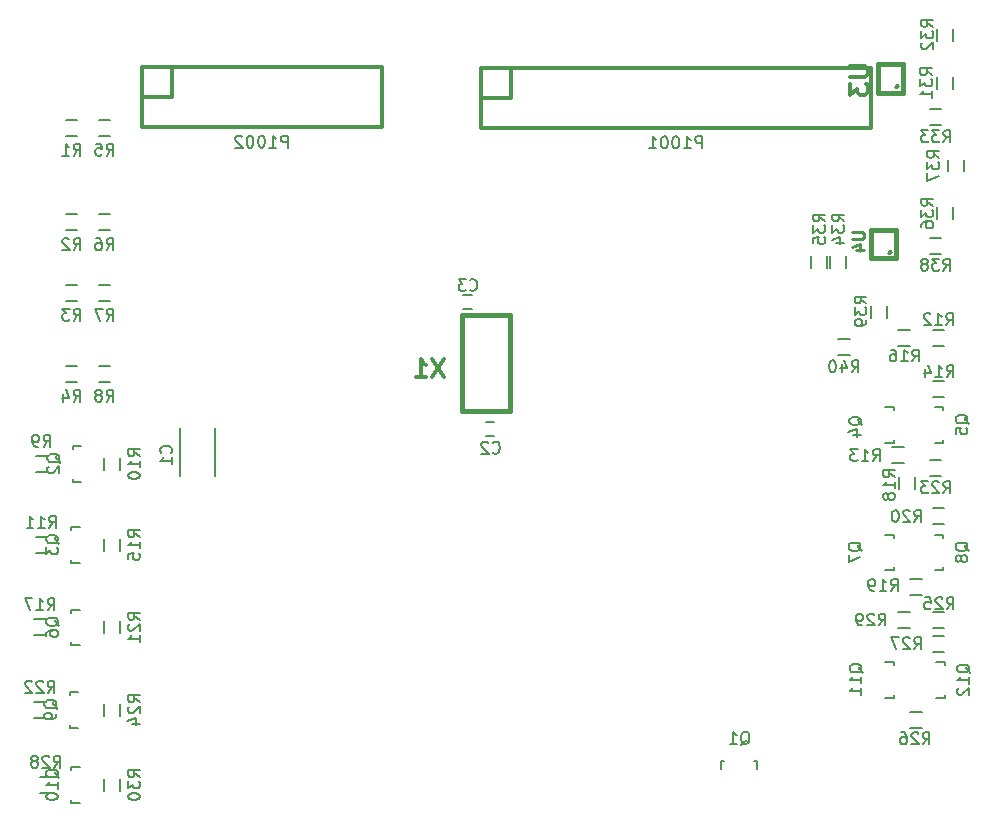
<source format=gbo>
G04 #@! TF.FileFunction,Legend,Bot*
%FSLAX46Y46*%
G04 Gerber Fmt 4.6, Leading zero omitted, Abs format (unit mm)*
G04 Created by KiCad (PCBNEW 4.0.6) date 01/14/18 21:20:21*
%MOMM*%
%LPD*%
G01*
G04 APERTURE LIST*
%ADD10C,0.150000*%
%ADD11C,0.304800*%
%ADD12C,0.381000*%
%ADD13C,0.203200*%
%ADD14C,0.250000*%
G04 APERTURE END LIST*
D10*
D11*
X139573000Y-49911000D02*
X106553000Y-49911000D01*
X106553000Y-54991000D02*
X139573000Y-54991000D01*
X106553000Y-52451000D02*
X109093000Y-52451000D01*
X109093000Y-52451000D02*
X109093000Y-49911000D01*
X106553000Y-54991000D02*
X106553000Y-49911000D01*
X139573000Y-49911000D02*
X139573000Y-54991000D01*
D12*
X104902000Y-74422000D02*
X104902000Y-78994000D01*
X104902000Y-78994000D02*
X108966000Y-78994000D01*
X108966000Y-78994000D02*
X108966000Y-70866000D01*
X108966000Y-70866000D02*
X104902000Y-70866000D01*
X104902000Y-70866000D02*
X104902000Y-74422000D01*
D10*
X72382000Y-54316000D02*
X71382000Y-54316000D01*
X71382000Y-55666000D02*
X72382000Y-55666000D01*
X142883000Y-94528000D02*
X143883000Y-94528000D01*
X143883000Y-93178000D02*
X142883000Y-93178000D01*
X144788000Y-99354000D02*
X145788000Y-99354000D01*
X145788000Y-98004000D02*
X144788000Y-98004000D01*
X142883000Y-105831000D02*
X143883000Y-105831000D01*
X143883000Y-104481000D02*
X142883000Y-104481000D01*
X141867000Y-97322000D02*
X142867000Y-97322000D01*
X142867000Y-95972000D02*
X141867000Y-95972000D01*
X144788000Y-97322000D02*
X145788000Y-97322000D01*
X145788000Y-95972000D02*
X144788000Y-95972000D01*
X144788000Y-88559000D02*
X145788000Y-88559000D01*
X145788000Y-87209000D02*
X144788000Y-87209000D01*
X144788000Y-77764000D02*
X145788000Y-77764000D01*
X145788000Y-76414000D02*
X144788000Y-76414000D01*
X141359000Y-83352000D02*
X142359000Y-83352000D01*
X142359000Y-82002000D02*
X141359000Y-82002000D01*
X141867000Y-73446000D02*
X142867000Y-73446000D01*
X142867000Y-72096000D02*
X141867000Y-72096000D01*
X68842000Y-90972000D02*
X69842000Y-90972000D01*
X69842000Y-89622000D02*
X68842000Y-89622000D01*
X68715000Y-97957000D02*
X69715000Y-97957000D01*
X69715000Y-96607000D02*
X68715000Y-96607000D01*
X75176000Y-54316000D02*
X74176000Y-54316000D01*
X74176000Y-55666000D02*
X75176000Y-55666000D01*
X144788000Y-73446000D02*
X145788000Y-73446000D01*
X145788000Y-72096000D02*
X144788000Y-72096000D01*
X134529200Y-65870200D02*
X134529200Y-66870200D01*
X135879200Y-66870200D02*
X135879200Y-65870200D01*
X136129400Y-65870200D02*
X136129400Y-66870200D01*
X137479400Y-66870200D02*
X137479400Y-65870200D01*
X144534000Y-54777000D02*
X145534000Y-54777000D01*
X145534000Y-53427000D02*
X144534000Y-53427000D01*
X146471000Y-47617000D02*
X146471000Y-46617000D01*
X145121000Y-46617000D02*
X145121000Y-47617000D01*
X145121000Y-50681000D02*
X145121000Y-51681000D01*
X146471000Y-51681000D02*
X146471000Y-50681000D01*
X69223000Y-111292000D02*
X70223000Y-111292000D01*
X70223000Y-109942000D02*
X69223000Y-109942000D01*
X68715000Y-104942000D02*
X69715000Y-104942000D01*
X69715000Y-103592000D02*
X68715000Y-103592000D01*
X68842000Y-84114000D02*
X69842000Y-84114000D01*
X69842000Y-82764000D02*
X68842000Y-82764000D01*
X74636000Y-110117000D02*
X74636000Y-111117000D01*
X75986000Y-111117000D02*
X75986000Y-110117000D01*
X74636000Y-103767000D02*
X74636000Y-104767000D01*
X75986000Y-104767000D02*
X75986000Y-103767000D01*
X74636000Y-96782000D02*
X74636000Y-97782000D01*
X75986000Y-97782000D02*
X75986000Y-96782000D01*
X74636000Y-89797000D02*
X74636000Y-90797000D01*
X75986000Y-90797000D02*
X75986000Y-89797000D01*
X137787000Y-72883400D02*
X136787000Y-72883400D01*
X136787000Y-74233400D02*
X137787000Y-74233400D01*
X74636000Y-82939000D02*
X74636000Y-83939000D01*
X75986000Y-83939000D02*
X75986000Y-82939000D01*
X139609200Y-70061200D02*
X139609200Y-71061200D01*
X140959200Y-71061200D02*
X140959200Y-70061200D01*
X75176000Y-75144000D02*
X74176000Y-75144000D01*
X74176000Y-76494000D02*
X75176000Y-76494000D01*
X72382000Y-75144000D02*
X71382000Y-75144000D01*
X71382000Y-76494000D02*
X72382000Y-76494000D01*
X141946000Y-84590000D02*
X141946000Y-85590000D01*
X143296000Y-85590000D02*
X143296000Y-84590000D01*
X75176000Y-68286000D02*
X74176000Y-68286000D01*
X74176000Y-69636000D02*
X75176000Y-69636000D01*
X72382000Y-68286000D02*
X71382000Y-68286000D01*
X71382000Y-69636000D02*
X72382000Y-69636000D01*
X144534000Y-65699000D02*
X145534000Y-65699000D01*
X145534000Y-64349000D02*
X144534000Y-64349000D01*
X145534000Y-83145000D02*
X144534000Y-83145000D01*
X144534000Y-84495000D02*
X145534000Y-84495000D01*
X75176000Y-62317000D02*
X74176000Y-62317000D01*
X74176000Y-63667000D02*
X75176000Y-63667000D01*
X72382000Y-62317000D02*
X71382000Y-62317000D01*
X71382000Y-63667000D02*
X72382000Y-63667000D01*
X147461600Y-58691400D02*
X147461600Y-57691400D01*
X146111600Y-57691400D02*
X146111600Y-58691400D01*
X145121000Y-61730000D02*
X145121000Y-62730000D01*
X146471000Y-62730000D02*
X146471000Y-61730000D01*
X107665000Y-79918000D02*
X106965000Y-79918000D01*
X106965000Y-81118000D02*
X107665000Y-81118000D01*
X105760000Y-69173800D02*
X105060000Y-69173800D01*
X105060000Y-70373800D02*
X105760000Y-70373800D01*
D12*
X141782800Y-51485800D02*
G75*
G03X141782800Y-51485800I-50800J0D01*
G01*
X140157200Y-52006500D02*
X140157200Y-49593500D01*
X140157200Y-49593500D02*
X142252700Y-49593500D01*
X142252700Y-49593500D02*
X142252700Y-52006500D01*
X142252700Y-52006500D02*
X140157200Y-52006500D01*
X141198600Y-65532000D02*
G75*
G03X141198600Y-65532000I-50800J0D01*
G01*
X139573000Y-66052700D02*
X139573000Y-63639700D01*
X139573000Y-63639700D02*
X141668500Y-63639700D01*
X141668500Y-63639700D02*
X141668500Y-66052700D01*
X141668500Y-66052700D02*
X139573000Y-66052700D01*
D10*
X84050000Y-84477000D02*
X84050000Y-80377000D01*
X81050000Y-84477000D02*
X81050000Y-80377000D01*
D11*
X77825600Y-54940200D02*
X98145600Y-54940200D01*
X98145600Y-54940200D02*
X98145600Y-49860200D01*
X98145600Y-49860200D02*
X77825600Y-49860200D01*
X77825600Y-52400200D02*
X80365600Y-52400200D01*
X80365600Y-52400200D02*
X80365600Y-49860200D01*
X77825600Y-54940200D02*
X77825600Y-49860200D01*
D10*
X71866760Y-98581160D02*
X71866760Y-98532900D01*
X72567800Y-95782180D02*
X71866760Y-95782180D01*
X71866760Y-95782180D02*
X71866760Y-96031100D01*
X71866760Y-98581160D02*
X71866760Y-98781820D01*
X71866760Y-98781820D02*
X72567800Y-98781820D01*
X71866760Y-91596160D02*
X71866760Y-91547900D01*
X72567800Y-88797180D02*
X71866760Y-88797180D01*
X71866760Y-88797180D02*
X71866760Y-89046100D01*
X71866760Y-91596160D02*
X71866760Y-91796820D01*
X71866760Y-91796820D02*
X72567800Y-91796820D01*
X71739760Y-105566160D02*
X71739760Y-105517900D01*
X72440800Y-102767180D02*
X71739760Y-102767180D01*
X71739760Y-102767180D02*
X71739760Y-103016100D01*
X71739760Y-105566160D02*
X71739760Y-105766820D01*
X71739760Y-105766820D02*
X72440800Y-105766820D01*
X71993760Y-84738160D02*
X71993760Y-84689900D01*
X72694800Y-81939180D02*
X71993760Y-81939180D01*
X71993760Y-81939180D02*
X71993760Y-82188100D01*
X71993760Y-84738160D02*
X71993760Y-84938820D01*
X71993760Y-84938820D02*
X72694800Y-84938820D01*
X71866760Y-111916160D02*
X71866760Y-111867900D01*
X72567800Y-109117180D02*
X71866760Y-109117180D01*
X71866760Y-109117180D02*
X71866760Y-109366100D01*
X71866760Y-111916160D02*
X71866760Y-112116820D01*
X71866760Y-112116820D02*
X72567800Y-112116820D01*
X141493240Y-78837840D02*
X141493240Y-78886100D01*
X140792200Y-81636820D02*
X141493240Y-81636820D01*
X141493240Y-81636820D02*
X141493240Y-81387900D01*
X141493240Y-78837840D02*
X141493240Y-78637180D01*
X141493240Y-78637180D02*
X140792200Y-78637180D01*
X145684240Y-78837840D02*
X145684240Y-78886100D01*
X144983200Y-81636820D02*
X145684240Y-81636820D01*
X145684240Y-81636820D02*
X145684240Y-81387900D01*
X145684240Y-78837840D02*
X145684240Y-78637180D01*
X145684240Y-78637180D02*
X144983200Y-78637180D01*
X141493240Y-100427840D02*
X141493240Y-100476100D01*
X140792200Y-103226820D02*
X141493240Y-103226820D01*
X141493240Y-103226820D02*
X141493240Y-102977900D01*
X141493240Y-100427840D02*
X141493240Y-100227180D01*
X141493240Y-100227180D02*
X140792200Y-100227180D01*
X145811240Y-100427840D02*
X145811240Y-100476100D01*
X145110200Y-103226820D02*
X145811240Y-103226820D01*
X145811240Y-103226820D02*
X145811240Y-102977900D01*
X145811240Y-100427840D02*
X145811240Y-100227180D01*
X145811240Y-100227180D02*
X145110200Y-100227180D01*
X145684240Y-89632840D02*
X145684240Y-89681100D01*
X144983200Y-92431820D02*
X145684240Y-92431820D01*
X145684240Y-92431820D02*
X145684240Y-92182900D01*
X145684240Y-89632840D02*
X145684240Y-89432180D01*
X145684240Y-89432180D02*
X144983200Y-89432180D01*
X141493240Y-89632840D02*
X141493240Y-89681100D01*
X140792200Y-92431820D02*
X141493240Y-92431820D01*
X141493240Y-92431820D02*
X141493240Y-92182900D01*
X141493240Y-89632840D02*
X141493240Y-89432180D01*
X141493240Y-89432180D02*
X140792200Y-89432180D01*
X127097840Y-108569760D02*
X127146100Y-108569760D01*
X129896820Y-109270800D02*
X129896820Y-108569760D01*
X129896820Y-108569760D02*
X129647900Y-108569760D01*
X127097840Y-108569760D02*
X126897180Y-108569760D01*
X126897180Y-108569760D02*
X126897180Y-109270800D01*
D13*
X125264333Y-56720619D02*
X125264333Y-55704619D01*
X124877286Y-55704619D01*
X124780524Y-55753000D01*
X124732143Y-55801381D01*
X124683762Y-55898143D01*
X124683762Y-56043286D01*
X124732143Y-56140048D01*
X124780524Y-56188429D01*
X124877286Y-56236810D01*
X125264333Y-56236810D01*
X123716143Y-56720619D02*
X124296714Y-56720619D01*
X124006428Y-56720619D02*
X124006428Y-55704619D01*
X124103190Y-55849762D01*
X124199952Y-55946524D01*
X124296714Y-55994905D01*
X123087190Y-55704619D02*
X122990429Y-55704619D01*
X122893667Y-55753000D01*
X122845286Y-55801381D01*
X122796905Y-55898143D01*
X122748524Y-56091667D01*
X122748524Y-56333571D01*
X122796905Y-56527095D01*
X122845286Y-56623857D01*
X122893667Y-56672238D01*
X122990429Y-56720619D01*
X123087190Y-56720619D01*
X123183952Y-56672238D01*
X123232333Y-56623857D01*
X123280714Y-56527095D01*
X123329095Y-56333571D01*
X123329095Y-56091667D01*
X123280714Y-55898143D01*
X123232333Y-55801381D01*
X123183952Y-55753000D01*
X123087190Y-55704619D01*
X122119571Y-55704619D02*
X122022810Y-55704619D01*
X121926048Y-55753000D01*
X121877667Y-55801381D01*
X121829286Y-55898143D01*
X121780905Y-56091667D01*
X121780905Y-56333571D01*
X121829286Y-56527095D01*
X121877667Y-56623857D01*
X121926048Y-56672238D01*
X122022810Y-56720619D01*
X122119571Y-56720619D01*
X122216333Y-56672238D01*
X122264714Y-56623857D01*
X122313095Y-56527095D01*
X122361476Y-56333571D01*
X122361476Y-56091667D01*
X122313095Y-55898143D01*
X122264714Y-55801381D01*
X122216333Y-55753000D01*
X122119571Y-55704619D01*
X120813286Y-56720619D02*
X121393857Y-56720619D01*
X121103571Y-56720619D02*
X121103571Y-55704619D01*
X121200333Y-55849762D01*
X121297095Y-55946524D01*
X121393857Y-55994905D01*
D11*
X103417915Y-74603429D02*
X102401915Y-76127429D01*
X102401915Y-74603429D02*
X103417915Y-76127429D01*
X101023057Y-76127429D02*
X101893914Y-76127429D01*
X101458486Y-76127429D02*
X101458486Y-74603429D01*
X101603629Y-74821143D01*
X101748771Y-74966286D01*
X101893914Y-75038857D01*
D10*
X72048666Y-57343381D02*
X72382000Y-56867190D01*
X72620095Y-57343381D02*
X72620095Y-56343381D01*
X72239142Y-56343381D01*
X72143904Y-56391000D01*
X72096285Y-56438619D01*
X72048666Y-56533857D01*
X72048666Y-56676714D01*
X72096285Y-56771952D01*
X72143904Y-56819571D01*
X72239142Y-56867190D01*
X72620095Y-56867190D01*
X71096285Y-57343381D02*
X71667714Y-57343381D01*
X71382000Y-57343381D02*
X71382000Y-56343381D01*
X71477238Y-56486238D01*
X71572476Y-56581476D01*
X71667714Y-56629095D01*
X141257257Y-94203781D02*
X141590591Y-93727590D01*
X141828686Y-94203781D02*
X141828686Y-93203781D01*
X141447733Y-93203781D01*
X141352495Y-93251400D01*
X141304876Y-93299019D01*
X141257257Y-93394257D01*
X141257257Y-93537114D01*
X141304876Y-93632352D01*
X141352495Y-93679971D01*
X141447733Y-93727590D01*
X141828686Y-93727590D01*
X140304876Y-94203781D02*
X140876305Y-94203781D01*
X140590591Y-94203781D02*
X140590591Y-93203781D01*
X140685829Y-93346638D01*
X140781067Y-93441876D01*
X140876305Y-93489495D01*
X139828686Y-94203781D02*
X139638210Y-94203781D01*
X139542971Y-94156162D01*
X139495352Y-94108543D01*
X139400114Y-93965686D01*
X139352495Y-93775210D01*
X139352495Y-93394257D01*
X139400114Y-93299019D01*
X139447733Y-93251400D01*
X139542971Y-93203781D01*
X139733448Y-93203781D01*
X139828686Y-93251400D01*
X139876305Y-93299019D01*
X139923924Y-93394257D01*
X139923924Y-93632352D01*
X139876305Y-93727590D01*
X139828686Y-93775210D01*
X139733448Y-93822829D01*
X139542971Y-93822829D01*
X139447733Y-93775210D01*
X139400114Y-93727590D01*
X139352495Y-93632352D01*
X143213057Y-99131381D02*
X143546391Y-98655190D01*
X143784486Y-99131381D02*
X143784486Y-98131381D01*
X143403533Y-98131381D01*
X143308295Y-98179000D01*
X143260676Y-98226619D01*
X143213057Y-98321857D01*
X143213057Y-98464714D01*
X143260676Y-98559952D01*
X143308295Y-98607571D01*
X143403533Y-98655190D01*
X143784486Y-98655190D01*
X142832105Y-98226619D02*
X142784486Y-98179000D01*
X142689248Y-98131381D01*
X142451152Y-98131381D01*
X142355914Y-98179000D01*
X142308295Y-98226619D01*
X142260676Y-98321857D01*
X142260676Y-98417095D01*
X142308295Y-98559952D01*
X142879724Y-99131381D01*
X142260676Y-99131381D01*
X141927343Y-98131381D02*
X141260676Y-98131381D01*
X141689248Y-99131381D01*
X143949657Y-107183181D02*
X144282991Y-106706990D01*
X144521086Y-107183181D02*
X144521086Y-106183181D01*
X144140133Y-106183181D01*
X144044895Y-106230800D01*
X143997276Y-106278419D01*
X143949657Y-106373657D01*
X143949657Y-106516514D01*
X143997276Y-106611752D01*
X144044895Y-106659371D01*
X144140133Y-106706990D01*
X144521086Y-106706990D01*
X143568705Y-106278419D02*
X143521086Y-106230800D01*
X143425848Y-106183181D01*
X143187752Y-106183181D01*
X143092514Y-106230800D01*
X143044895Y-106278419D01*
X142997276Y-106373657D01*
X142997276Y-106468895D01*
X143044895Y-106611752D01*
X143616324Y-107183181D01*
X142997276Y-107183181D01*
X142140133Y-106183181D02*
X142330610Y-106183181D01*
X142425848Y-106230800D01*
X142473467Y-106278419D01*
X142568705Y-106421276D01*
X142616324Y-106611752D01*
X142616324Y-106992705D01*
X142568705Y-107087943D01*
X142521086Y-107135562D01*
X142425848Y-107183181D01*
X142235371Y-107183181D01*
X142140133Y-107135562D01*
X142092514Y-107087943D01*
X142044895Y-106992705D01*
X142044895Y-106754610D01*
X142092514Y-106659371D01*
X142140133Y-106611752D01*
X142235371Y-106564133D01*
X142425848Y-106564133D01*
X142521086Y-106611752D01*
X142568705Y-106659371D01*
X142616324Y-106754610D01*
X140215857Y-97124781D02*
X140549191Y-96648590D01*
X140787286Y-97124781D02*
X140787286Y-96124781D01*
X140406333Y-96124781D01*
X140311095Y-96172400D01*
X140263476Y-96220019D01*
X140215857Y-96315257D01*
X140215857Y-96458114D01*
X140263476Y-96553352D01*
X140311095Y-96600971D01*
X140406333Y-96648590D01*
X140787286Y-96648590D01*
X139834905Y-96220019D02*
X139787286Y-96172400D01*
X139692048Y-96124781D01*
X139453952Y-96124781D01*
X139358714Y-96172400D01*
X139311095Y-96220019D01*
X139263476Y-96315257D01*
X139263476Y-96410495D01*
X139311095Y-96553352D01*
X139882524Y-97124781D01*
X139263476Y-97124781D01*
X138787286Y-97124781D02*
X138596810Y-97124781D01*
X138501571Y-97077162D01*
X138453952Y-97029543D01*
X138358714Y-96886686D01*
X138311095Y-96696210D01*
X138311095Y-96315257D01*
X138358714Y-96220019D01*
X138406333Y-96172400D01*
X138501571Y-96124781D01*
X138692048Y-96124781D01*
X138787286Y-96172400D01*
X138834905Y-96220019D01*
X138882524Y-96315257D01*
X138882524Y-96553352D01*
X138834905Y-96648590D01*
X138787286Y-96696210D01*
X138692048Y-96743829D01*
X138501571Y-96743829D01*
X138406333Y-96696210D01*
X138358714Y-96648590D01*
X138311095Y-96553352D01*
X145981657Y-95753181D02*
X146314991Y-95276990D01*
X146553086Y-95753181D02*
X146553086Y-94753181D01*
X146172133Y-94753181D01*
X146076895Y-94800800D01*
X146029276Y-94848419D01*
X145981657Y-94943657D01*
X145981657Y-95086514D01*
X146029276Y-95181752D01*
X146076895Y-95229371D01*
X146172133Y-95276990D01*
X146553086Y-95276990D01*
X145600705Y-94848419D02*
X145553086Y-94800800D01*
X145457848Y-94753181D01*
X145219752Y-94753181D01*
X145124514Y-94800800D01*
X145076895Y-94848419D01*
X145029276Y-94943657D01*
X145029276Y-95038895D01*
X145076895Y-95181752D01*
X145648324Y-95753181D01*
X145029276Y-95753181D01*
X144124514Y-94753181D02*
X144600705Y-94753181D01*
X144648324Y-95229371D01*
X144600705Y-95181752D01*
X144505467Y-95134133D01*
X144267371Y-95134133D01*
X144172133Y-95181752D01*
X144124514Y-95229371D01*
X144076895Y-95324610D01*
X144076895Y-95562705D01*
X144124514Y-95657943D01*
X144172133Y-95705562D01*
X144267371Y-95753181D01*
X144505467Y-95753181D01*
X144600705Y-95705562D01*
X144648324Y-95657943D01*
X143238457Y-88361781D02*
X143571791Y-87885590D01*
X143809886Y-88361781D02*
X143809886Y-87361781D01*
X143428933Y-87361781D01*
X143333695Y-87409400D01*
X143286076Y-87457019D01*
X143238457Y-87552257D01*
X143238457Y-87695114D01*
X143286076Y-87790352D01*
X143333695Y-87837971D01*
X143428933Y-87885590D01*
X143809886Y-87885590D01*
X142857505Y-87457019D02*
X142809886Y-87409400D01*
X142714648Y-87361781D01*
X142476552Y-87361781D01*
X142381314Y-87409400D01*
X142333695Y-87457019D01*
X142286076Y-87552257D01*
X142286076Y-87647495D01*
X142333695Y-87790352D01*
X142905124Y-88361781D01*
X142286076Y-88361781D01*
X141667029Y-87361781D02*
X141571790Y-87361781D01*
X141476552Y-87409400D01*
X141428933Y-87457019D01*
X141381314Y-87552257D01*
X141333695Y-87742733D01*
X141333695Y-87980829D01*
X141381314Y-88171305D01*
X141428933Y-88266543D01*
X141476552Y-88314162D01*
X141571790Y-88361781D01*
X141667029Y-88361781D01*
X141762267Y-88314162D01*
X141809886Y-88266543D01*
X141857505Y-88171305D01*
X141905124Y-87980829D01*
X141905124Y-87742733D01*
X141857505Y-87552257D01*
X141809886Y-87457019D01*
X141762267Y-87409400D01*
X141667029Y-87361781D01*
X145981657Y-76093581D02*
X146314991Y-75617390D01*
X146553086Y-76093581D02*
X146553086Y-75093581D01*
X146172133Y-75093581D01*
X146076895Y-75141200D01*
X146029276Y-75188819D01*
X145981657Y-75284057D01*
X145981657Y-75426914D01*
X146029276Y-75522152D01*
X146076895Y-75569771D01*
X146172133Y-75617390D01*
X146553086Y-75617390D01*
X145029276Y-76093581D02*
X145600705Y-76093581D01*
X145314991Y-76093581D02*
X145314991Y-75093581D01*
X145410229Y-75236438D01*
X145505467Y-75331676D01*
X145600705Y-75379295D01*
X144172133Y-75426914D02*
X144172133Y-76093581D01*
X144410229Y-75045962D02*
X144648324Y-75760248D01*
X144029276Y-75760248D01*
X139733257Y-83205581D02*
X140066591Y-82729390D01*
X140304686Y-83205581D02*
X140304686Y-82205581D01*
X139923733Y-82205581D01*
X139828495Y-82253200D01*
X139780876Y-82300819D01*
X139733257Y-82396057D01*
X139733257Y-82538914D01*
X139780876Y-82634152D01*
X139828495Y-82681771D01*
X139923733Y-82729390D01*
X140304686Y-82729390D01*
X138780876Y-83205581D02*
X139352305Y-83205581D01*
X139066591Y-83205581D02*
X139066591Y-82205581D01*
X139161829Y-82348438D01*
X139257067Y-82443676D01*
X139352305Y-82491295D01*
X138447543Y-82205581D02*
X137828495Y-82205581D01*
X138161829Y-82586533D01*
X138018971Y-82586533D01*
X137923733Y-82634152D01*
X137876114Y-82681771D01*
X137828495Y-82777010D01*
X137828495Y-83015105D01*
X137876114Y-83110343D01*
X137923733Y-83157962D01*
X138018971Y-83205581D01*
X138304686Y-83205581D01*
X138399924Y-83157962D01*
X138447543Y-83110343D01*
X143060657Y-74772781D02*
X143393991Y-74296590D01*
X143632086Y-74772781D02*
X143632086Y-73772781D01*
X143251133Y-73772781D01*
X143155895Y-73820400D01*
X143108276Y-73868019D01*
X143060657Y-73963257D01*
X143060657Y-74106114D01*
X143108276Y-74201352D01*
X143155895Y-74248971D01*
X143251133Y-74296590D01*
X143632086Y-74296590D01*
X142108276Y-74772781D02*
X142679705Y-74772781D01*
X142393991Y-74772781D02*
X142393991Y-73772781D01*
X142489229Y-73915638D01*
X142584467Y-74010876D01*
X142679705Y-74058495D01*
X141251133Y-73772781D02*
X141441610Y-73772781D01*
X141536848Y-73820400D01*
X141584467Y-73868019D01*
X141679705Y-74010876D01*
X141727324Y-74201352D01*
X141727324Y-74582305D01*
X141679705Y-74677543D01*
X141632086Y-74725162D01*
X141536848Y-74772781D01*
X141346371Y-74772781D01*
X141251133Y-74725162D01*
X141203514Y-74677543D01*
X141155895Y-74582305D01*
X141155895Y-74344210D01*
X141203514Y-74248971D01*
X141251133Y-74201352D01*
X141346371Y-74153733D01*
X141536848Y-74153733D01*
X141632086Y-74201352D01*
X141679705Y-74248971D01*
X141727324Y-74344210D01*
X69984857Y-88849381D02*
X70318191Y-88373190D01*
X70556286Y-88849381D02*
X70556286Y-87849381D01*
X70175333Y-87849381D01*
X70080095Y-87897000D01*
X70032476Y-87944619D01*
X69984857Y-88039857D01*
X69984857Y-88182714D01*
X70032476Y-88277952D01*
X70080095Y-88325571D01*
X70175333Y-88373190D01*
X70556286Y-88373190D01*
X69032476Y-88849381D02*
X69603905Y-88849381D01*
X69318191Y-88849381D02*
X69318191Y-87849381D01*
X69413429Y-87992238D01*
X69508667Y-88087476D01*
X69603905Y-88135095D01*
X68080095Y-88849381D02*
X68651524Y-88849381D01*
X68365810Y-88849381D02*
X68365810Y-87849381D01*
X68461048Y-87992238D01*
X68556286Y-88087476D01*
X68651524Y-88135095D01*
X69857857Y-95834381D02*
X70191191Y-95358190D01*
X70429286Y-95834381D02*
X70429286Y-94834381D01*
X70048333Y-94834381D01*
X69953095Y-94882000D01*
X69905476Y-94929619D01*
X69857857Y-95024857D01*
X69857857Y-95167714D01*
X69905476Y-95262952D01*
X69953095Y-95310571D01*
X70048333Y-95358190D01*
X70429286Y-95358190D01*
X68905476Y-95834381D02*
X69476905Y-95834381D01*
X69191191Y-95834381D02*
X69191191Y-94834381D01*
X69286429Y-94977238D01*
X69381667Y-95072476D01*
X69476905Y-95120095D01*
X68572143Y-94834381D02*
X67905476Y-94834381D01*
X68334048Y-95834381D01*
X74842666Y-57343381D02*
X75176000Y-56867190D01*
X75414095Y-57343381D02*
X75414095Y-56343381D01*
X75033142Y-56343381D01*
X74937904Y-56391000D01*
X74890285Y-56438619D01*
X74842666Y-56533857D01*
X74842666Y-56676714D01*
X74890285Y-56771952D01*
X74937904Y-56819571D01*
X75033142Y-56867190D01*
X75414095Y-56867190D01*
X73937904Y-56343381D02*
X74414095Y-56343381D01*
X74461714Y-56819571D01*
X74414095Y-56771952D01*
X74318857Y-56724333D01*
X74080761Y-56724333D01*
X73985523Y-56771952D01*
X73937904Y-56819571D01*
X73890285Y-56914810D01*
X73890285Y-57152905D01*
X73937904Y-57248143D01*
X73985523Y-57295762D01*
X74080761Y-57343381D01*
X74318857Y-57343381D01*
X74414095Y-57295762D01*
X74461714Y-57248143D01*
X145930857Y-71699381D02*
X146264191Y-71223190D01*
X146502286Y-71699381D02*
X146502286Y-70699381D01*
X146121333Y-70699381D01*
X146026095Y-70747000D01*
X145978476Y-70794619D01*
X145930857Y-70889857D01*
X145930857Y-71032714D01*
X145978476Y-71127952D01*
X146026095Y-71175571D01*
X146121333Y-71223190D01*
X146502286Y-71223190D01*
X144978476Y-71699381D02*
X145549905Y-71699381D01*
X145264191Y-71699381D02*
X145264191Y-70699381D01*
X145359429Y-70842238D01*
X145454667Y-70937476D01*
X145549905Y-70985095D01*
X144597524Y-70794619D02*
X144549905Y-70747000D01*
X144454667Y-70699381D01*
X144216571Y-70699381D01*
X144121333Y-70747000D01*
X144073714Y-70794619D01*
X144026095Y-70889857D01*
X144026095Y-70985095D01*
X144073714Y-71127952D01*
X144645143Y-71699381D01*
X144026095Y-71699381D01*
X135681981Y-62907943D02*
X135205790Y-62574609D01*
X135681981Y-62336514D02*
X134681981Y-62336514D01*
X134681981Y-62717467D01*
X134729600Y-62812705D01*
X134777219Y-62860324D01*
X134872457Y-62907943D01*
X135015314Y-62907943D01*
X135110552Y-62860324D01*
X135158171Y-62812705D01*
X135205790Y-62717467D01*
X135205790Y-62336514D01*
X134681981Y-63241276D02*
X134681981Y-63860324D01*
X135062933Y-63526990D01*
X135062933Y-63669848D01*
X135110552Y-63765086D01*
X135158171Y-63812705D01*
X135253410Y-63860324D01*
X135491505Y-63860324D01*
X135586743Y-63812705D01*
X135634362Y-63765086D01*
X135681981Y-63669848D01*
X135681981Y-63384133D01*
X135634362Y-63288895D01*
X135586743Y-63241276D01*
X134681981Y-64765086D02*
X134681981Y-64288895D01*
X135158171Y-64241276D01*
X135110552Y-64288895D01*
X135062933Y-64384133D01*
X135062933Y-64622229D01*
X135110552Y-64717467D01*
X135158171Y-64765086D01*
X135253410Y-64812705D01*
X135491505Y-64812705D01*
X135586743Y-64765086D01*
X135634362Y-64717467D01*
X135681981Y-64622229D01*
X135681981Y-64384133D01*
X135634362Y-64288895D01*
X135586743Y-64241276D01*
X137307581Y-62907943D02*
X136831390Y-62574609D01*
X137307581Y-62336514D02*
X136307581Y-62336514D01*
X136307581Y-62717467D01*
X136355200Y-62812705D01*
X136402819Y-62860324D01*
X136498057Y-62907943D01*
X136640914Y-62907943D01*
X136736152Y-62860324D01*
X136783771Y-62812705D01*
X136831390Y-62717467D01*
X136831390Y-62336514D01*
X136307581Y-63241276D02*
X136307581Y-63860324D01*
X136688533Y-63526990D01*
X136688533Y-63669848D01*
X136736152Y-63765086D01*
X136783771Y-63812705D01*
X136879010Y-63860324D01*
X137117105Y-63860324D01*
X137212343Y-63812705D01*
X137259962Y-63765086D01*
X137307581Y-63669848D01*
X137307581Y-63384133D01*
X137259962Y-63288895D01*
X137212343Y-63241276D01*
X136640914Y-64717467D02*
X137307581Y-64717467D01*
X136259962Y-64479371D02*
X136974248Y-64241276D01*
X136974248Y-64860324D01*
X145702257Y-56205381D02*
X146035591Y-55729190D01*
X146273686Y-56205381D02*
X146273686Y-55205381D01*
X145892733Y-55205381D01*
X145797495Y-55253000D01*
X145749876Y-55300619D01*
X145702257Y-55395857D01*
X145702257Y-55538714D01*
X145749876Y-55633952D01*
X145797495Y-55681571D01*
X145892733Y-55729190D01*
X146273686Y-55729190D01*
X145368924Y-55205381D02*
X144749876Y-55205381D01*
X145083210Y-55586333D01*
X144940352Y-55586333D01*
X144845114Y-55633952D01*
X144797495Y-55681571D01*
X144749876Y-55776810D01*
X144749876Y-56014905D01*
X144797495Y-56110143D01*
X144845114Y-56157762D01*
X144940352Y-56205381D01*
X145226067Y-56205381D01*
X145321305Y-56157762D01*
X145368924Y-56110143D01*
X144416543Y-55205381D02*
X143797495Y-55205381D01*
X144130829Y-55586333D01*
X143987971Y-55586333D01*
X143892733Y-55633952D01*
X143845114Y-55681571D01*
X143797495Y-55776810D01*
X143797495Y-56014905D01*
X143845114Y-56110143D01*
X143892733Y-56157762D01*
X143987971Y-56205381D01*
X144273686Y-56205381D01*
X144368924Y-56157762D01*
X144416543Y-56110143D01*
X144825981Y-46448743D02*
X144349790Y-46115409D01*
X144825981Y-45877314D02*
X143825981Y-45877314D01*
X143825981Y-46258267D01*
X143873600Y-46353505D01*
X143921219Y-46401124D01*
X144016457Y-46448743D01*
X144159314Y-46448743D01*
X144254552Y-46401124D01*
X144302171Y-46353505D01*
X144349790Y-46258267D01*
X144349790Y-45877314D01*
X143825981Y-46782076D02*
X143825981Y-47401124D01*
X144206933Y-47067790D01*
X144206933Y-47210648D01*
X144254552Y-47305886D01*
X144302171Y-47353505D01*
X144397410Y-47401124D01*
X144635505Y-47401124D01*
X144730743Y-47353505D01*
X144778362Y-47305886D01*
X144825981Y-47210648D01*
X144825981Y-46924933D01*
X144778362Y-46829695D01*
X144730743Y-46782076D01*
X143921219Y-47782076D02*
X143873600Y-47829695D01*
X143825981Y-47924933D01*
X143825981Y-48163029D01*
X143873600Y-48258267D01*
X143921219Y-48305886D01*
X144016457Y-48353505D01*
X144111695Y-48353505D01*
X144254552Y-48305886D01*
X144825981Y-47734457D01*
X144825981Y-48353505D01*
X144749781Y-50538143D02*
X144273590Y-50204809D01*
X144749781Y-49966714D02*
X143749781Y-49966714D01*
X143749781Y-50347667D01*
X143797400Y-50442905D01*
X143845019Y-50490524D01*
X143940257Y-50538143D01*
X144083114Y-50538143D01*
X144178352Y-50490524D01*
X144225971Y-50442905D01*
X144273590Y-50347667D01*
X144273590Y-49966714D01*
X143749781Y-50871476D02*
X143749781Y-51490524D01*
X144130733Y-51157190D01*
X144130733Y-51300048D01*
X144178352Y-51395286D01*
X144225971Y-51442905D01*
X144321210Y-51490524D01*
X144559305Y-51490524D01*
X144654543Y-51442905D01*
X144702162Y-51395286D01*
X144749781Y-51300048D01*
X144749781Y-51014333D01*
X144702162Y-50919095D01*
X144654543Y-50871476D01*
X144749781Y-52442905D02*
X144749781Y-51871476D01*
X144749781Y-52157190D02*
X143749781Y-52157190D01*
X143892638Y-52061952D01*
X143987876Y-51966714D01*
X144035495Y-51871476D01*
X70365857Y-109169381D02*
X70699191Y-108693190D01*
X70937286Y-109169381D02*
X70937286Y-108169381D01*
X70556333Y-108169381D01*
X70461095Y-108217000D01*
X70413476Y-108264619D01*
X70365857Y-108359857D01*
X70365857Y-108502714D01*
X70413476Y-108597952D01*
X70461095Y-108645571D01*
X70556333Y-108693190D01*
X70937286Y-108693190D01*
X69984905Y-108264619D02*
X69937286Y-108217000D01*
X69842048Y-108169381D01*
X69603952Y-108169381D01*
X69508714Y-108217000D01*
X69461095Y-108264619D01*
X69413476Y-108359857D01*
X69413476Y-108455095D01*
X69461095Y-108597952D01*
X70032524Y-109169381D01*
X69413476Y-109169381D01*
X68842048Y-108597952D02*
X68937286Y-108550333D01*
X68984905Y-108502714D01*
X69032524Y-108407476D01*
X69032524Y-108359857D01*
X68984905Y-108264619D01*
X68937286Y-108217000D01*
X68842048Y-108169381D01*
X68651571Y-108169381D01*
X68556333Y-108217000D01*
X68508714Y-108264619D01*
X68461095Y-108359857D01*
X68461095Y-108407476D01*
X68508714Y-108502714D01*
X68556333Y-108550333D01*
X68651571Y-108597952D01*
X68842048Y-108597952D01*
X68937286Y-108645571D01*
X68984905Y-108693190D01*
X69032524Y-108788429D01*
X69032524Y-108978905D01*
X68984905Y-109074143D01*
X68937286Y-109121762D01*
X68842048Y-109169381D01*
X68651571Y-109169381D01*
X68556333Y-109121762D01*
X68508714Y-109074143D01*
X68461095Y-108978905D01*
X68461095Y-108788429D01*
X68508714Y-108693190D01*
X68556333Y-108645571D01*
X68651571Y-108597952D01*
X69857857Y-102819381D02*
X70191191Y-102343190D01*
X70429286Y-102819381D02*
X70429286Y-101819381D01*
X70048333Y-101819381D01*
X69953095Y-101867000D01*
X69905476Y-101914619D01*
X69857857Y-102009857D01*
X69857857Y-102152714D01*
X69905476Y-102247952D01*
X69953095Y-102295571D01*
X70048333Y-102343190D01*
X70429286Y-102343190D01*
X69476905Y-101914619D02*
X69429286Y-101867000D01*
X69334048Y-101819381D01*
X69095952Y-101819381D01*
X69000714Y-101867000D01*
X68953095Y-101914619D01*
X68905476Y-102009857D01*
X68905476Y-102105095D01*
X68953095Y-102247952D01*
X69524524Y-102819381D01*
X68905476Y-102819381D01*
X68524524Y-101914619D02*
X68476905Y-101867000D01*
X68381667Y-101819381D01*
X68143571Y-101819381D01*
X68048333Y-101867000D01*
X68000714Y-101914619D01*
X67953095Y-102009857D01*
X67953095Y-102105095D01*
X68000714Y-102247952D01*
X68572143Y-102819381D01*
X67953095Y-102819381D01*
X69508666Y-81991381D02*
X69842000Y-81515190D01*
X70080095Y-81991381D02*
X70080095Y-80991381D01*
X69699142Y-80991381D01*
X69603904Y-81039000D01*
X69556285Y-81086619D01*
X69508666Y-81181857D01*
X69508666Y-81324714D01*
X69556285Y-81419952D01*
X69603904Y-81467571D01*
X69699142Y-81515190D01*
X70080095Y-81515190D01*
X69032476Y-81991381D02*
X68842000Y-81991381D01*
X68746761Y-81943762D01*
X68699142Y-81896143D01*
X68603904Y-81753286D01*
X68556285Y-81562810D01*
X68556285Y-81181857D01*
X68603904Y-81086619D01*
X68651523Y-81039000D01*
X68746761Y-80991381D01*
X68937238Y-80991381D01*
X69032476Y-81039000D01*
X69080095Y-81086619D01*
X69127714Y-81181857D01*
X69127714Y-81419952D01*
X69080095Y-81515190D01*
X69032476Y-81562810D01*
X68937238Y-81610429D01*
X68746761Y-81610429D01*
X68651523Y-81562810D01*
X68603904Y-81515190D01*
X68556285Y-81419952D01*
X77663381Y-109974143D02*
X77187190Y-109640809D01*
X77663381Y-109402714D02*
X76663381Y-109402714D01*
X76663381Y-109783667D01*
X76711000Y-109878905D01*
X76758619Y-109926524D01*
X76853857Y-109974143D01*
X76996714Y-109974143D01*
X77091952Y-109926524D01*
X77139571Y-109878905D01*
X77187190Y-109783667D01*
X77187190Y-109402714D01*
X76663381Y-110307476D02*
X76663381Y-110926524D01*
X77044333Y-110593190D01*
X77044333Y-110736048D01*
X77091952Y-110831286D01*
X77139571Y-110878905D01*
X77234810Y-110926524D01*
X77472905Y-110926524D01*
X77568143Y-110878905D01*
X77615762Y-110831286D01*
X77663381Y-110736048D01*
X77663381Y-110450333D01*
X77615762Y-110355095D01*
X77568143Y-110307476D01*
X76663381Y-111545571D02*
X76663381Y-111640810D01*
X76711000Y-111736048D01*
X76758619Y-111783667D01*
X76853857Y-111831286D01*
X77044333Y-111878905D01*
X77282429Y-111878905D01*
X77472905Y-111831286D01*
X77568143Y-111783667D01*
X77615762Y-111736048D01*
X77663381Y-111640810D01*
X77663381Y-111545571D01*
X77615762Y-111450333D01*
X77568143Y-111402714D01*
X77472905Y-111355095D01*
X77282429Y-111307476D01*
X77044333Y-111307476D01*
X76853857Y-111355095D01*
X76758619Y-111402714D01*
X76711000Y-111450333D01*
X76663381Y-111545571D01*
X77663381Y-103624143D02*
X77187190Y-103290809D01*
X77663381Y-103052714D02*
X76663381Y-103052714D01*
X76663381Y-103433667D01*
X76711000Y-103528905D01*
X76758619Y-103576524D01*
X76853857Y-103624143D01*
X76996714Y-103624143D01*
X77091952Y-103576524D01*
X77139571Y-103528905D01*
X77187190Y-103433667D01*
X77187190Y-103052714D01*
X76758619Y-104005095D02*
X76711000Y-104052714D01*
X76663381Y-104147952D01*
X76663381Y-104386048D01*
X76711000Y-104481286D01*
X76758619Y-104528905D01*
X76853857Y-104576524D01*
X76949095Y-104576524D01*
X77091952Y-104528905D01*
X77663381Y-103957476D01*
X77663381Y-104576524D01*
X76996714Y-105433667D02*
X77663381Y-105433667D01*
X76615762Y-105195571D02*
X77330048Y-104957476D01*
X77330048Y-105576524D01*
X77663381Y-96639143D02*
X77187190Y-96305809D01*
X77663381Y-96067714D02*
X76663381Y-96067714D01*
X76663381Y-96448667D01*
X76711000Y-96543905D01*
X76758619Y-96591524D01*
X76853857Y-96639143D01*
X76996714Y-96639143D01*
X77091952Y-96591524D01*
X77139571Y-96543905D01*
X77187190Y-96448667D01*
X77187190Y-96067714D01*
X76758619Y-97020095D02*
X76711000Y-97067714D01*
X76663381Y-97162952D01*
X76663381Y-97401048D01*
X76711000Y-97496286D01*
X76758619Y-97543905D01*
X76853857Y-97591524D01*
X76949095Y-97591524D01*
X77091952Y-97543905D01*
X77663381Y-96972476D01*
X77663381Y-97591524D01*
X77663381Y-98543905D02*
X77663381Y-97972476D01*
X77663381Y-98258190D02*
X76663381Y-98258190D01*
X76806238Y-98162952D01*
X76901476Y-98067714D01*
X76949095Y-97972476D01*
X77663381Y-89654143D02*
X77187190Y-89320809D01*
X77663381Y-89082714D02*
X76663381Y-89082714D01*
X76663381Y-89463667D01*
X76711000Y-89558905D01*
X76758619Y-89606524D01*
X76853857Y-89654143D01*
X76996714Y-89654143D01*
X77091952Y-89606524D01*
X77139571Y-89558905D01*
X77187190Y-89463667D01*
X77187190Y-89082714D01*
X77663381Y-90606524D02*
X77663381Y-90035095D01*
X77663381Y-90320809D02*
X76663381Y-90320809D01*
X76806238Y-90225571D01*
X76901476Y-90130333D01*
X76949095Y-90035095D01*
X76663381Y-91511286D02*
X76663381Y-91035095D01*
X77139571Y-90987476D01*
X77091952Y-91035095D01*
X77044333Y-91130333D01*
X77044333Y-91368429D01*
X77091952Y-91463667D01*
X77139571Y-91511286D01*
X77234810Y-91558905D01*
X77472905Y-91558905D01*
X77568143Y-91511286D01*
X77615762Y-91463667D01*
X77663381Y-91368429D01*
X77663381Y-91130333D01*
X77615762Y-91035095D01*
X77568143Y-90987476D01*
X137929857Y-75687181D02*
X138263191Y-75210990D01*
X138501286Y-75687181D02*
X138501286Y-74687181D01*
X138120333Y-74687181D01*
X138025095Y-74734800D01*
X137977476Y-74782419D01*
X137929857Y-74877657D01*
X137929857Y-75020514D01*
X137977476Y-75115752D01*
X138025095Y-75163371D01*
X138120333Y-75210990D01*
X138501286Y-75210990D01*
X137072714Y-75020514D02*
X137072714Y-75687181D01*
X137310810Y-74639562D02*
X137548905Y-75353848D01*
X136929857Y-75353848D01*
X136358429Y-74687181D02*
X136263190Y-74687181D01*
X136167952Y-74734800D01*
X136120333Y-74782419D01*
X136072714Y-74877657D01*
X136025095Y-75068133D01*
X136025095Y-75306229D01*
X136072714Y-75496705D01*
X136120333Y-75591943D01*
X136167952Y-75639562D01*
X136263190Y-75687181D01*
X136358429Y-75687181D01*
X136453667Y-75639562D01*
X136501286Y-75591943D01*
X136548905Y-75496705D01*
X136596524Y-75306229D01*
X136596524Y-75068133D01*
X136548905Y-74877657D01*
X136501286Y-74782419D01*
X136453667Y-74734800D01*
X136358429Y-74687181D01*
X77663381Y-82796143D02*
X77187190Y-82462809D01*
X77663381Y-82224714D02*
X76663381Y-82224714D01*
X76663381Y-82605667D01*
X76711000Y-82700905D01*
X76758619Y-82748524D01*
X76853857Y-82796143D01*
X76996714Y-82796143D01*
X77091952Y-82748524D01*
X77139571Y-82700905D01*
X77187190Y-82605667D01*
X77187190Y-82224714D01*
X77663381Y-83748524D02*
X77663381Y-83177095D01*
X77663381Y-83462809D02*
X76663381Y-83462809D01*
X76806238Y-83367571D01*
X76901476Y-83272333D01*
X76949095Y-83177095D01*
X76663381Y-84367571D02*
X76663381Y-84462810D01*
X76711000Y-84558048D01*
X76758619Y-84605667D01*
X76853857Y-84653286D01*
X77044333Y-84700905D01*
X77282429Y-84700905D01*
X77472905Y-84653286D01*
X77568143Y-84605667D01*
X77615762Y-84558048D01*
X77663381Y-84462810D01*
X77663381Y-84367571D01*
X77615762Y-84272333D01*
X77568143Y-84224714D01*
X77472905Y-84177095D01*
X77282429Y-84129476D01*
X77044333Y-84129476D01*
X76853857Y-84177095D01*
X76758619Y-84224714D01*
X76711000Y-84272333D01*
X76663381Y-84367571D01*
X139187181Y-69867543D02*
X138710990Y-69534209D01*
X139187181Y-69296114D02*
X138187181Y-69296114D01*
X138187181Y-69677067D01*
X138234800Y-69772305D01*
X138282419Y-69819924D01*
X138377657Y-69867543D01*
X138520514Y-69867543D01*
X138615752Y-69819924D01*
X138663371Y-69772305D01*
X138710990Y-69677067D01*
X138710990Y-69296114D01*
X138187181Y-70200876D02*
X138187181Y-70819924D01*
X138568133Y-70486590D01*
X138568133Y-70629448D01*
X138615752Y-70724686D01*
X138663371Y-70772305D01*
X138758610Y-70819924D01*
X138996705Y-70819924D01*
X139091943Y-70772305D01*
X139139562Y-70724686D01*
X139187181Y-70629448D01*
X139187181Y-70343733D01*
X139139562Y-70248495D01*
X139091943Y-70200876D01*
X139187181Y-71296114D02*
X139187181Y-71486590D01*
X139139562Y-71581829D01*
X139091943Y-71629448D01*
X138949086Y-71724686D01*
X138758610Y-71772305D01*
X138377657Y-71772305D01*
X138282419Y-71724686D01*
X138234800Y-71677067D01*
X138187181Y-71581829D01*
X138187181Y-71391352D01*
X138234800Y-71296114D01*
X138282419Y-71248495D01*
X138377657Y-71200876D01*
X138615752Y-71200876D01*
X138710990Y-71248495D01*
X138758610Y-71296114D01*
X138806229Y-71391352D01*
X138806229Y-71581829D01*
X138758610Y-71677067D01*
X138710990Y-71724686D01*
X138615752Y-71772305D01*
X74842666Y-78171381D02*
X75176000Y-77695190D01*
X75414095Y-78171381D02*
X75414095Y-77171381D01*
X75033142Y-77171381D01*
X74937904Y-77219000D01*
X74890285Y-77266619D01*
X74842666Y-77361857D01*
X74842666Y-77504714D01*
X74890285Y-77599952D01*
X74937904Y-77647571D01*
X75033142Y-77695190D01*
X75414095Y-77695190D01*
X74271238Y-77599952D02*
X74366476Y-77552333D01*
X74414095Y-77504714D01*
X74461714Y-77409476D01*
X74461714Y-77361857D01*
X74414095Y-77266619D01*
X74366476Y-77219000D01*
X74271238Y-77171381D01*
X74080761Y-77171381D01*
X73985523Y-77219000D01*
X73937904Y-77266619D01*
X73890285Y-77361857D01*
X73890285Y-77409476D01*
X73937904Y-77504714D01*
X73985523Y-77552333D01*
X74080761Y-77599952D01*
X74271238Y-77599952D01*
X74366476Y-77647571D01*
X74414095Y-77695190D01*
X74461714Y-77790429D01*
X74461714Y-77980905D01*
X74414095Y-78076143D01*
X74366476Y-78123762D01*
X74271238Y-78171381D01*
X74080761Y-78171381D01*
X73985523Y-78123762D01*
X73937904Y-78076143D01*
X73890285Y-77980905D01*
X73890285Y-77790429D01*
X73937904Y-77695190D01*
X73985523Y-77647571D01*
X74080761Y-77599952D01*
X72048666Y-78171381D02*
X72382000Y-77695190D01*
X72620095Y-78171381D02*
X72620095Y-77171381D01*
X72239142Y-77171381D01*
X72143904Y-77219000D01*
X72096285Y-77266619D01*
X72048666Y-77361857D01*
X72048666Y-77504714D01*
X72096285Y-77599952D01*
X72143904Y-77647571D01*
X72239142Y-77695190D01*
X72620095Y-77695190D01*
X71191523Y-77504714D02*
X71191523Y-78171381D01*
X71429619Y-77123762D02*
X71667714Y-77838048D01*
X71048666Y-77838048D01*
X141600181Y-84574143D02*
X141123990Y-84240809D01*
X141600181Y-84002714D02*
X140600181Y-84002714D01*
X140600181Y-84383667D01*
X140647800Y-84478905D01*
X140695419Y-84526524D01*
X140790657Y-84574143D01*
X140933514Y-84574143D01*
X141028752Y-84526524D01*
X141076371Y-84478905D01*
X141123990Y-84383667D01*
X141123990Y-84002714D01*
X141600181Y-85526524D02*
X141600181Y-84955095D01*
X141600181Y-85240809D02*
X140600181Y-85240809D01*
X140743038Y-85145571D01*
X140838276Y-85050333D01*
X140885895Y-84955095D01*
X141028752Y-86097952D02*
X140981133Y-86002714D01*
X140933514Y-85955095D01*
X140838276Y-85907476D01*
X140790657Y-85907476D01*
X140695419Y-85955095D01*
X140647800Y-86002714D01*
X140600181Y-86097952D01*
X140600181Y-86288429D01*
X140647800Y-86383667D01*
X140695419Y-86431286D01*
X140790657Y-86478905D01*
X140838276Y-86478905D01*
X140933514Y-86431286D01*
X140981133Y-86383667D01*
X141028752Y-86288429D01*
X141028752Y-86097952D01*
X141076371Y-86002714D01*
X141123990Y-85955095D01*
X141219229Y-85907476D01*
X141409705Y-85907476D01*
X141504943Y-85955095D01*
X141552562Y-86002714D01*
X141600181Y-86097952D01*
X141600181Y-86288429D01*
X141552562Y-86383667D01*
X141504943Y-86431286D01*
X141409705Y-86478905D01*
X141219229Y-86478905D01*
X141123990Y-86431286D01*
X141076371Y-86383667D01*
X141028752Y-86288429D01*
X74842666Y-71313381D02*
X75176000Y-70837190D01*
X75414095Y-71313381D02*
X75414095Y-70313381D01*
X75033142Y-70313381D01*
X74937904Y-70361000D01*
X74890285Y-70408619D01*
X74842666Y-70503857D01*
X74842666Y-70646714D01*
X74890285Y-70741952D01*
X74937904Y-70789571D01*
X75033142Y-70837190D01*
X75414095Y-70837190D01*
X74509333Y-70313381D02*
X73842666Y-70313381D01*
X74271238Y-71313381D01*
X72048666Y-71313381D02*
X72382000Y-70837190D01*
X72620095Y-71313381D02*
X72620095Y-70313381D01*
X72239142Y-70313381D01*
X72143904Y-70361000D01*
X72096285Y-70408619D01*
X72048666Y-70503857D01*
X72048666Y-70646714D01*
X72096285Y-70741952D01*
X72143904Y-70789571D01*
X72239142Y-70837190D01*
X72620095Y-70837190D01*
X71715333Y-70313381D02*
X71096285Y-70313381D01*
X71429619Y-70694333D01*
X71286761Y-70694333D01*
X71191523Y-70741952D01*
X71143904Y-70789571D01*
X71096285Y-70884810D01*
X71096285Y-71122905D01*
X71143904Y-71218143D01*
X71191523Y-71265762D01*
X71286761Y-71313381D01*
X71572476Y-71313381D01*
X71667714Y-71265762D01*
X71715333Y-71218143D01*
X145702257Y-67076581D02*
X146035591Y-66600390D01*
X146273686Y-67076581D02*
X146273686Y-66076581D01*
X145892733Y-66076581D01*
X145797495Y-66124200D01*
X145749876Y-66171819D01*
X145702257Y-66267057D01*
X145702257Y-66409914D01*
X145749876Y-66505152D01*
X145797495Y-66552771D01*
X145892733Y-66600390D01*
X146273686Y-66600390D01*
X145368924Y-66076581D02*
X144749876Y-66076581D01*
X145083210Y-66457533D01*
X144940352Y-66457533D01*
X144845114Y-66505152D01*
X144797495Y-66552771D01*
X144749876Y-66648010D01*
X144749876Y-66886105D01*
X144797495Y-66981343D01*
X144845114Y-67028962D01*
X144940352Y-67076581D01*
X145226067Y-67076581D01*
X145321305Y-67028962D01*
X145368924Y-66981343D01*
X144178448Y-66505152D02*
X144273686Y-66457533D01*
X144321305Y-66409914D01*
X144368924Y-66314676D01*
X144368924Y-66267057D01*
X144321305Y-66171819D01*
X144273686Y-66124200D01*
X144178448Y-66076581D01*
X143987971Y-66076581D01*
X143892733Y-66124200D01*
X143845114Y-66171819D01*
X143797495Y-66267057D01*
X143797495Y-66314676D01*
X143845114Y-66409914D01*
X143892733Y-66457533D01*
X143987971Y-66505152D01*
X144178448Y-66505152D01*
X144273686Y-66552771D01*
X144321305Y-66600390D01*
X144368924Y-66695629D01*
X144368924Y-66886105D01*
X144321305Y-66981343D01*
X144273686Y-67028962D01*
X144178448Y-67076581D01*
X143987971Y-67076581D01*
X143892733Y-67028962D01*
X143845114Y-66981343D01*
X143797495Y-66886105D01*
X143797495Y-66695629D01*
X143845114Y-66600390D01*
X143892733Y-66552771D01*
X143987971Y-66505152D01*
X145702257Y-85923381D02*
X146035591Y-85447190D01*
X146273686Y-85923381D02*
X146273686Y-84923381D01*
X145892733Y-84923381D01*
X145797495Y-84971000D01*
X145749876Y-85018619D01*
X145702257Y-85113857D01*
X145702257Y-85256714D01*
X145749876Y-85351952D01*
X145797495Y-85399571D01*
X145892733Y-85447190D01*
X146273686Y-85447190D01*
X145321305Y-85018619D02*
X145273686Y-84971000D01*
X145178448Y-84923381D01*
X144940352Y-84923381D01*
X144845114Y-84971000D01*
X144797495Y-85018619D01*
X144749876Y-85113857D01*
X144749876Y-85209095D01*
X144797495Y-85351952D01*
X145368924Y-85923381D01*
X144749876Y-85923381D01*
X144416543Y-84923381D02*
X143797495Y-84923381D01*
X144130829Y-85304333D01*
X143987971Y-85304333D01*
X143892733Y-85351952D01*
X143845114Y-85399571D01*
X143797495Y-85494810D01*
X143797495Y-85732905D01*
X143845114Y-85828143D01*
X143892733Y-85875762D01*
X143987971Y-85923381D01*
X144273686Y-85923381D01*
X144368924Y-85875762D01*
X144416543Y-85828143D01*
X74842666Y-65344381D02*
X75176000Y-64868190D01*
X75414095Y-65344381D02*
X75414095Y-64344381D01*
X75033142Y-64344381D01*
X74937904Y-64392000D01*
X74890285Y-64439619D01*
X74842666Y-64534857D01*
X74842666Y-64677714D01*
X74890285Y-64772952D01*
X74937904Y-64820571D01*
X75033142Y-64868190D01*
X75414095Y-64868190D01*
X73985523Y-64344381D02*
X74176000Y-64344381D01*
X74271238Y-64392000D01*
X74318857Y-64439619D01*
X74414095Y-64582476D01*
X74461714Y-64772952D01*
X74461714Y-65153905D01*
X74414095Y-65249143D01*
X74366476Y-65296762D01*
X74271238Y-65344381D01*
X74080761Y-65344381D01*
X73985523Y-65296762D01*
X73937904Y-65249143D01*
X73890285Y-65153905D01*
X73890285Y-64915810D01*
X73937904Y-64820571D01*
X73985523Y-64772952D01*
X74080761Y-64725333D01*
X74271238Y-64725333D01*
X74366476Y-64772952D01*
X74414095Y-64820571D01*
X74461714Y-64915810D01*
X72048666Y-65344381D02*
X72382000Y-64868190D01*
X72620095Y-65344381D02*
X72620095Y-64344381D01*
X72239142Y-64344381D01*
X72143904Y-64392000D01*
X72096285Y-64439619D01*
X72048666Y-64534857D01*
X72048666Y-64677714D01*
X72096285Y-64772952D01*
X72143904Y-64820571D01*
X72239142Y-64868190D01*
X72620095Y-64868190D01*
X71667714Y-64439619D02*
X71620095Y-64392000D01*
X71524857Y-64344381D01*
X71286761Y-64344381D01*
X71191523Y-64392000D01*
X71143904Y-64439619D01*
X71096285Y-64534857D01*
X71096285Y-64630095D01*
X71143904Y-64772952D01*
X71715333Y-65344381D01*
X71096285Y-65344381D01*
X145338981Y-57548543D02*
X144862790Y-57215209D01*
X145338981Y-56977114D02*
X144338981Y-56977114D01*
X144338981Y-57358067D01*
X144386600Y-57453305D01*
X144434219Y-57500924D01*
X144529457Y-57548543D01*
X144672314Y-57548543D01*
X144767552Y-57500924D01*
X144815171Y-57453305D01*
X144862790Y-57358067D01*
X144862790Y-56977114D01*
X144338981Y-57881876D02*
X144338981Y-58500924D01*
X144719933Y-58167590D01*
X144719933Y-58310448D01*
X144767552Y-58405686D01*
X144815171Y-58453305D01*
X144910410Y-58500924D01*
X145148505Y-58500924D01*
X145243743Y-58453305D01*
X145291362Y-58405686D01*
X145338981Y-58310448D01*
X145338981Y-58024733D01*
X145291362Y-57929495D01*
X145243743Y-57881876D01*
X144338981Y-58834257D02*
X144338981Y-59500924D01*
X145338981Y-59072352D01*
X144825981Y-61587143D02*
X144349790Y-61253809D01*
X144825981Y-61015714D02*
X143825981Y-61015714D01*
X143825981Y-61396667D01*
X143873600Y-61491905D01*
X143921219Y-61539524D01*
X144016457Y-61587143D01*
X144159314Y-61587143D01*
X144254552Y-61539524D01*
X144302171Y-61491905D01*
X144349790Y-61396667D01*
X144349790Y-61015714D01*
X143825981Y-61920476D02*
X143825981Y-62539524D01*
X144206933Y-62206190D01*
X144206933Y-62349048D01*
X144254552Y-62444286D01*
X144302171Y-62491905D01*
X144397410Y-62539524D01*
X144635505Y-62539524D01*
X144730743Y-62491905D01*
X144778362Y-62444286D01*
X144825981Y-62349048D01*
X144825981Y-62063333D01*
X144778362Y-61968095D01*
X144730743Y-61920476D01*
X143825981Y-63396667D02*
X143825981Y-63206190D01*
X143873600Y-63110952D01*
X143921219Y-63063333D01*
X144064076Y-62968095D01*
X144254552Y-62920476D01*
X144635505Y-62920476D01*
X144730743Y-62968095D01*
X144778362Y-63015714D01*
X144825981Y-63110952D01*
X144825981Y-63301429D01*
X144778362Y-63396667D01*
X144730743Y-63444286D01*
X144635505Y-63491905D01*
X144397410Y-63491905D01*
X144302171Y-63444286D01*
X144254552Y-63396667D01*
X144206933Y-63301429D01*
X144206933Y-63110952D01*
X144254552Y-63015714D01*
X144302171Y-62968095D01*
X144397410Y-62920476D01*
X107532466Y-82475343D02*
X107580085Y-82522962D01*
X107722942Y-82570581D01*
X107818180Y-82570581D01*
X107961038Y-82522962D01*
X108056276Y-82427724D01*
X108103895Y-82332486D01*
X108151514Y-82142010D01*
X108151514Y-81999152D01*
X108103895Y-81808676D01*
X108056276Y-81713438D01*
X107961038Y-81618200D01*
X107818180Y-81570581D01*
X107722942Y-81570581D01*
X107580085Y-81618200D01*
X107532466Y-81665819D01*
X107151514Y-81665819D02*
X107103895Y-81618200D01*
X107008657Y-81570581D01*
X106770561Y-81570581D01*
X106675323Y-81618200D01*
X106627704Y-81665819D01*
X106580085Y-81761057D01*
X106580085Y-81856295D01*
X106627704Y-81999152D01*
X107199133Y-82570581D01*
X106580085Y-82570581D01*
X105602066Y-68708543D02*
X105649685Y-68756162D01*
X105792542Y-68803781D01*
X105887780Y-68803781D01*
X106030638Y-68756162D01*
X106125876Y-68660924D01*
X106173495Y-68565686D01*
X106221114Y-68375210D01*
X106221114Y-68232352D01*
X106173495Y-68041876D01*
X106125876Y-67946638D01*
X106030638Y-67851400D01*
X105887780Y-67803781D01*
X105792542Y-67803781D01*
X105649685Y-67851400D01*
X105602066Y-67899019D01*
X105268733Y-67803781D02*
X104649685Y-67803781D01*
X104983019Y-68184733D01*
X104840161Y-68184733D01*
X104744923Y-68232352D01*
X104697304Y-68279971D01*
X104649685Y-68375210D01*
X104649685Y-68613305D01*
X104697304Y-68708543D01*
X104744923Y-68756162D01*
X104840161Y-68803781D01*
X105125876Y-68803781D01*
X105221114Y-68756162D01*
X105268733Y-68708543D01*
D11*
X137798629Y-49791257D02*
X139032343Y-49791257D01*
X139177486Y-49863829D01*
X139250057Y-49936400D01*
X139322629Y-50081543D01*
X139322629Y-50371829D01*
X139250057Y-50516971D01*
X139177486Y-50589543D01*
X139032343Y-50662114D01*
X137798629Y-50662114D01*
X137798629Y-51242685D02*
X137798629Y-52186114D01*
X138379200Y-51678114D01*
X138379200Y-51895828D01*
X138451771Y-52040971D01*
X138524343Y-52113542D01*
X138669486Y-52186114D01*
X139032343Y-52186114D01*
X139177486Y-52113542D01*
X139250057Y-52040971D01*
X139322629Y-51895828D01*
X139322629Y-51460400D01*
X139250057Y-51315257D01*
X139177486Y-51242685D01*
D14*
X137983981Y-63830295D02*
X138793505Y-63830295D01*
X138888743Y-63877914D01*
X138936362Y-63925533D01*
X138983981Y-64020771D01*
X138983981Y-64211248D01*
X138936362Y-64306486D01*
X138888743Y-64354105D01*
X138793505Y-64401724D01*
X137983981Y-64401724D01*
X138317314Y-65306486D02*
X138983981Y-65306486D01*
X137936362Y-65068390D02*
X138650648Y-64830295D01*
X138650648Y-65449343D01*
D10*
X80307143Y-82510334D02*
X80354762Y-82462715D01*
X80402381Y-82319858D01*
X80402381Y-82224620D01*
X80354762Y-82081762D01*
X80259524Y-81986524D01*
X80164286Y-81938905D01*
X79973810Y-81891286D01*
X79830952Y-81891286D01*
X79640476Y-81938905D01*
X79545238Y-81986524D01*
X79450000Y-82081762D01*
X79402381Y-82224620D01*
X79402381Y-82319858D01*
X79450000Y-82462715D01*
X79497619Y-82510334D01*
X80402381Y-83462715D02*
X80402381Y-82891286D01*
X80402381Y-83177000D02*
X79402381Y-83177000D01*
X79545238Y-83081762D01*
X79640476Y-82986524D01*
X79688095Y-82891286D01*
D13*
X90186933Y-56669819D02*
X90186933Y-55653819D01*
X89799886Y-55653819D01*
X89703124Y-55702200D01*
X89654743Y-55750581D01*
X89606362Y-55847343D01*
X89606362Y-55992486D01*
X89654743Y-56089248D01*
X89703124Y-56137629D01*
X89799886Y-56186010D01*
X90186933Y-56186010D01*
X88638743Y-56669819D02*
X89219314Y-56669819D01*
X88929028Y-56669819D02*
X88929028Y-55653819D01*
X89025790Y-55798962D01*
X89122552Y-55895724D01*
X89219314Y-55944105D01*
X88009790Y-55653819D02*
X87913029Y-55653819D01*
X87816267Y-55702200D01*
X87767886Y-55750581D01*
X87719505Y-55847343D01*
X87671124Y-56040867D01*
X87671124Y-56282771D01*
X87719505Y-56476295D01*
X87767886Y-56573057D01*
X87816267Y-56621438D01*
X87913029Y-56669819D01*
X88009790Y-56669819D01*
X88106552Y-56621438D01*
X88154933Y-56573057D01*
X88203314Y-56476295D01*
X88251695Y-56282771D01*
X88251695Y-56040867D01*
X88203314Y-55847343D01*
X88154933Y-55750581D01*
X88106552Y-55702200D01*
X88009790Y-55653819D01*
X87042171Y-55653819D02*
X86945410Y-55653819D01*
X86848648Y-55702200D01*
X86800267Y-55750581D01*
X86751886Y-55847343D01*
X86703505Y-56040867D01*
X86703505Y-56282771D01*
X86751886Y-56476295D01*
X86800267Y-56573057D01*
X86848648Y-56621438D01*
X86945410Y-56669819D01*
X87042171Y-56669819D01*
X87138933Y-56621438D01*
X87187314Y-56573057D01*
X87235695Y-56476295D01*
X87284076Y-56282771D01*
X87284076Y-56040867D01*
X87235695Y-55847343D01*
X87187314Y-55750581D01*
X87138933Y-55702200D01*
X87042171Y-55653819D01*
X86316457Y-55750581D02*
X86268076Y-55702200D01*
X86171314Y-55653819D01*
X85929410Y-55653819D01*
X85832648Y-55702200D01*
X85784267Y-55750581D01*
X85735886Y-55847343D01*
X85735886Y-55944105D01*
X85784267Y-56089248D01*
X86364838Y-56669819D01*
X85735886Y-56669819D01*
D10*
X70814619Y-97186762D02*
X70767000Y-97091524D01*
X70671762Y-96996286D01*
X70528905Y-96853429D01*
X70481286Y-96758190D01*
X70481286Y-96662952D01*
X70719381Y-96710571D02*
X70671762Y-96615333D01*
X70576524Y-96520095D01*
X70386048Y-96472476D01*
X70052714Y-96472476D01*
X69862238Y-96520095D01*
X69767000Y-96615333D01*
X69719381Y-96710571D01*
X69719381Y-96901048D01*
X69767000Y-96996286D01*
X69862238Y-97091524D01*
X70052714Y-97139143D01*
X70386048Y-97139143D01*
X70576524Y-97091524D01*
X70671762Y-96996286D01*
X70719381Y-96901048D01*
X70719381Y-96710571D01*
X69719381Y-97996286D02*
X69719381Y-97805809D01*
X69767000Y-97710571D01*
X69814619Y-97662952D01*
X69957476Y-97567714D01*
X70147952Y-97520095D01*
X70528905Y-97520095D01*
X70624143Y-97567714D01*
X70671762Y-97615333D01*
X70719381Y-97710571D01*
X70719381Y-97901048D01*
X70671762Y-97996286D01*
X70624143Y-98043905D01*
X70528905Y-98091524D01*
X70290810Y-98091524D01*
X70195571Y-98043905D01*
X70147952Y-97996286D01*
X70100333Y-97901048D01*
X70100333Y-97710571D01*
X70147952Y-97615333D01*
X70195571Y-97567714D01*
X70290810Y-97520095D01*
X70814619Y-90201762D02*
X70767000Y-90106524D01*
X70671762Y-90011286D01*
X70528905Y-89868429D01*
X70481286Y-89773190D01*
X70481286Y-89677952D01*
X70719381Y-89725571D02*
X70671762Y-89630333D01*
X70576524Y-89535095D01*
X70386048Y-89487476D01*
X70052714Y-89487476D01*
X69862238Y-89535095D01*
X69767000Y-89630333D01*
X69719381Y-89725571D01*
X69719381Y-89916048D01*
X69767000Y-90011286D01*
X69862238Y-90106524D01*
X70052714Y-90154143D01*
X70386048Y-90154143D01*
X70576524Y-90106524D01*
X70671762Y-90011286D01*
X70719381Y-89916048D01*
X70719381Y-89725571D01*
X69719381Y-90487476D02*
X69719381Y-91106524D01*
X70100333Y-90773190D01*
X70100333Y-90916048D01*
X70147952Y-91011286D01*
X70195571Y-91058905D01*
X70290810Y-91106524D01*
X70528905Y-91106524D01*
X70624143Y-91058905D01*
X70671762Y-91011286D01*
X70719381Y-90916048D01*
X70719381Y-90630333D01*
X70671762Y-90535095D01*
X70624143Y-90487476D01*
X70687619Y-104171762D02*
X70640000Y-104076524D01*
X70544762Y-103981286D01*
X70401905Y-103838429D01*
X70354286Y-103743190D01*
X70354286Y-103647952D01*
X70592381Y-103695571D02*
X70544762Y-103600333D01*
X70449524Y-103505095D01*
X70259048Y-103457476D01*
X69925714Y-103457476D01*
X69735238Y-103505095D01*
X69640000Y-103600333D01*
X69592381Y-103695571D01*
X69592381Y-103886048D01*
X69640000Y-103981286D01*
X69735238Y-104076524D01*
X69925714Y-104124143D01*
X70259048Y-104124143D01*
X70449524Y-104076524D01*
X70544762Y-103981286D01*
X70592381Y-103886048D01*
X70592381Y-103695571D01*
X70592381Y-104600333D02*
X70592381Y-104790809D01*
X70544762Y-104886048D01*
X70497143Y-104933667D01*
X70354286Y-105028905D01*
X70163810Y-105076524D01*
X69782857Y-105076524D01*
X69687619Y-105028905D01*
X69640000Y-104981286D01*
X69592381Y-104886048D01*
X69592381Y-104695571D01*
X69640000Y-104600333D01*
X69687619Y-104552714D01*
X69782857Y-104505095D01*
X70020952Y-104505095D01*
X70116190Y-104552714D01*
X70163810Y-104600333D01*
X70211429Y-104695571D01*
X70211429Y-104886048D01*
X70163810Y-104981286D01*
X70116190Y-105028905D01*
X70020952Y-105076524D01*
X70941619Y-83343762D02*
X70894000Y-83248524D01*
X70798762Y-83153286D01*
X70655905Y-83010429D01*
X70608286Y-82915190D01*
X70608286Y-82819952D01*
X70846381Y-82867571D02*
X70798762Y-82772333D01*
X70703524Y-82677095D01*
X70513048Y-82629476D01*
X70179714Y-82629476D01*
X69989238Y-82677095D01*
X69894000Y-82772333D01*
X69846381Y-82867571D01*
X69846381Y-83058048D01*
X69894000Y-83153286D01*
X69989238Y-83248524D01*
X70179714Y-83296143D01*
X70513048Y-83296143D01*
X70703524Y-83248524D01*
X70798762Y-83153286D01*
X70846381Y-83058048D01*
X70846381Y-82867571D01*
X69941619Y-83677095D02*
X69894000Y-83724714D01*
X69846381Y-83819952D01*
X69846381Y-84058048D01*
X69894000Y-84153286D01*
X69941619Y-84200905D01*
X70036857Y-84248524D01*
X70132095Y-84248524D01*
X70274952Y-84200905D01*
X70846381Y-83629476D01*
X70846381Y-84248524D01*
X70814619Y-110045572D02*
X70767000Y-109950334D01*
X70671762Y-109855096D01*
X70528905Y-109712239D01*
X70481286Y-109617000D01*
X70481286Y-109521762D01*
X70719381Y-109569381D02*
X70671762Y-109474143D01*
X70576524Y-109378905D01*
X70386048Y-109331286D01*
X70052714Y-109331286D01*
X69862238Y-109378905D01*
X69767000Y-109474143D01*
X69719381Y-109569381D01*
X69719381Y-109759858D01*
X69767000Y-109855096D01*
X69862238Y-109950334D01*
X70052714Y-109997953D01*
X70386048Y-109997953D01*
X70576524Y-109950334D01*
X70671762Y-109855096D01*
X70719381Y-109759858D01*
X70719381Y-109569381D01*
X70719381Y-110950334D02*
X70719381Y-110378905D01*
X70719381Y-110664619D02*
X69719381Y-110664619D01*
X69862238Y-110569381D01*
X69957476Y-110474143D01*
X70005095Y-110378905D01*
X69719381Y-111569381D02*
X69719381Y-111664620D01*
X69767000Y-111759858D01*
X69814619Y-111807477D01*
X69909857Y-111855096D01*
X70100333Y-111902715D01*
X70338429Y-111902715D01*
X70528905Y-111855096D01*
X70624143Y-111807477D01*
X70671762Y-111759858D01*
X70719381Y-111664620D01*
X70719381Y-111569381D01*
X70671762Y-111474143D01*
X70624143Y-111426524D01*
X70528905Y-111378905D01*
X70338429Y-111331286D01*
X70100333Y-111331286D01*
X69909857Y-111378905D01*
X69814619Y-111426524D01*
X69767000Y-111474143D01*
X69719381Y-111569381D01*
X138799819Y-80194162D02*
X138752200Y-80098924D01*
X138656962Y-80003686D01*
X138514105Y-79860829D01*
X138466486Y-79765590D01*
X138466486Y-79670352D01*
X138704581Y-79717971D02*
X138656962Y-79622733D01*
X138561724Y-79527495D01*
X138371248Y-79479876D01*
X138037914Y-79479876D01*
X137847438Y-79527495D01*
X137752200Y-79622733D01*
X137704581Y-79717971D01*
X137704581Y-79908448D01*
X137752200Y-80003686D01*
X137847438Y-80098924D01*
X138037914Y-80146543D01*
X138371248Y-80146543D01*
X138561724Y-80098924D01*
X138656962Y-80003686D01*
X138704581Y-79908448D01*
X138704581Y-79717971D01*
X138037914Y-81003686D02*
X138704581Y-81003686D01*
X137656962Y-80765590D02*
X138371248Y-80527495D01*
X138371248Y-81146543D01*
X147831619Y-80041762D02*
X147784000Y-79946524D01*
X147688762Y-79851286D01*
X147545905Y-79708429D01*
X147498286Y-79613190D01*
X147498286Y-79517952D01*
X147736381Y-79565571D02*
X147688762Y-79470333D01*
X147593524Y-79375095D01*
X147403048Y-79327476D01*
X147069714Y-79327476D01*
X146879238Y-79375095D01*
X146784000Y-79470333D01*
X146736381Y-79565571D01*
X146736381Y-79756048D01*
X146784000Y-79851286D01*
X146879238Y-79946524D01*
X147069714Y-79994143D01*
X147403048Y-79994143D01*
X147593524Y-79946524D01*
X147688762Y-79851286D01*
X147736381Y-79756048D01*
X147736381Y-79565571D01*
X146736381Y-80898905D02*
X146736381Y-80422714D01*
X147212571Y-80375095D01*
X147164952Y-80422714D01*
X147117333Y-80517952D01*
X147117333Y-80756048D01*
X147164952Y-80851286D01*
X147212571Y-80898905D01*
X147307810Y-80946524D01*
X147545905Y-80946524D01*
X147641143Y-80898905D01*
X147688762Y-80851286D01*
X147736381Y-80756048D01*
X147736381Y-80517952D01*
X147688762Y-80422714D01*
X147641143Y-80375095D01*
X138850619Y-101130172D02*
X138803000Y-101034934D01*
X138707762Y-100939696D01*
X138564905Y-100796839D01*
X138517286Y-100701600D01*
X138517286Y-100606362D01*
X138755381Y-100653981D02*
X138707762Y-100558743D01*
X138612524Y-100463505D01*
X138422048Y-100415886D01*
X138088714Y-100415886D01*
X137898238Y-100463505D01*
X137803000Y-100558743D01*
X137755381Y-100653981D01*
X137755381Y-100844458D01*
X137803000Y-100939696D01*
X137898238Y-101034934D01*
X138088714Y-101082553D01*
X138422048Y-101082553D01*
X138612524Y-101034934D01*
X138707762Y-100939696D01*
X138755381Y-100844458D01*
X138755381Y-100653981D01*
X138755381Y-102034934D02*
X138755381Y-101463505D01*
X138755381Y-101749219D02*
X137755381Y-101749219D01*
X137898238Y-101653981D01*
X137993476Y-101558743D01*
X138041095Y-101463505D01*
X138755381Y-102987315D02*
X138755381Y-102415886D01*
X138755381Y-102701600D02*
X137755381Y-102701600D01*
X137898238Y-102606362D01*
X137993476Y-102511124D01*
X138041095Y-102415886D01*
X147958619Y-101155572D02*
X147911000Y-101060334D01*
X147815762Y-100965096D01*
X147672905Y-100822239D01*
X147625286Y-100727000D01*
X147625286Y-100631762D01*
X147863381Y-100679381D02*
X147815762Y-100584143D01*
X147720524Y-100488905D01*
X147530048Y-100441286D01*
X147196714Y-100441286D01*
X147006238Y-100488905D01*
X146911000Y-100584143D01*
X146863381Y-100679381D01*
X146863381Y-100869858D01*
X146911000Y-100965096D01*
X147006238Y-101060334D01*
X147196714Y-101107953D01*
X147530048Y-101107953D01*
X147720524Y-101060334D01*
X147815762Y-100965096D01*
X147863381Y-100869858D01*
X147863381Y-100679381D01*
X147863381Y-102060334D02*
X147863381Y-101488905D01*
X147863381Y-101774619D02*
X146863381Y-101774619D01*
X147006238Y-101679381D01*
X147101476Y-101584143D01*
X147149095Y-101488905D01*
X146958619Y-102441286D02*
X146911000Y-102488905D01*
X146863381Y-102584143D01*
X146863381Y-102822239D01*
X146911000Y-102917477D01*
X146958619Y-102965096D01*
X147053857Y-103012715D01*
X147149095Y-103012715D01*
X147291952Y-102965096D01*
X147863381Y-102393667D01*
X147863381Y-103012715D01*
X147831619Y-90836762D02*
X147784000Y-90741524D01*
X147688762Y-90646286D01*
X147545905Y-90503429D01*
X147498286Y-90408190D01*
X147498286Y-90312952D01*
X147736381Y-90360571D02*
X147688762Y-90265333D01*
X147593524Y-90170095D01*
X147403048Y-90122476D01*
X147069714Y-90122476D01*
X146879238Y-90170095D01*
X146784000Y-90265333D01*
X146736381Y-90360571D01*
X146736381Y-90551048D01*
X146784000Y-90646286D01*
X146879238Y-90741524D01*
X147069714Y-90789143D01*
X147403048Y-90789143D01*
X147593524Y-90741524D01*
X147688762Y-90646286D01*
X147736381Y-90551048D01*
X147736381Y-90360571D01*
X147164952Y-91360571D02*
X147117333Y-91265333D01*
X147069714Y-91217714D01*
X146974476Y-91170095D01*
X146926857Y-91170095D01*
X146831619Y-91217714D01*
X146784000Y-91265333D01*
X146736381Y-91360571D01*
X146736381Y-91551048D01*
X146784000Y-91646286D01*
X146831619Y-91693905D01*
X146926857Y-91741524D01*
X146974476Y-91741524D01*
X147069714Y-91693905D01*
X147117333Y-91646286D01*
X147164952Y-91551048D01*
X147164952Y-91360571D01*
X147212571Y-91265333D01*
X147260190Y-91217714D01*
X147355429Y-91170095D01*
X147545905Y-91170095D01*
X147641143Y-91217714D01*
X147688762Y-91265333D01*
X147736381Y-91360571D01*
X147736381Y-91551048D01*
X147688762Y-91646286D01*
X147641143Y-91693905D01*
X147545905Y-91741524D01*
X147355429Y-91741524D01*
X147260190Y-91693905D01*
X147212571Y-91646286D01*
X147164952Y-91551048D01*
X138774419Y-90836762D02*
X138726800Y-90741524D01*
X138631562Y-90646286D01*
X138488705Y-90503429D01*
X138441086Y-90408190D01*
X138441086Y-90312952D01*
X138679181Y-90360571D02*
X138631562Y-90265333D01*
X138536324Y-90170095D01*
X138345848Y-90122476D01*
X138012514Y-90122476D01*
X137822038Y-90170095D01*
X137726800Y-90265333D01*
X137679181Y-90360571D01*
X137679181Y-90551048D01*
X137726800Y-90646286D01*
X137822038Y-90741524D01*
X138012514Y-90789143D01*
X138345848Y-90789143D01*
X138536324Y-90741524D01*
X138631562Y-90646286D01*
X138679181Y-90551048D01*
X138679181Y-90360571D01*
X137679181Y-91122476D02*
X137679181Y-91789143D01*
X138679181Y-91360571D01*
X128543038Y-107227619D02*
X128638276Y-107180000D01*
X128733514Y-107084762D01*
X128876371Y-106941905D01*
X128971610Y-106894286D01*
X129066848Y-106894286D01*
X129019229Y-107132381D02*
X129114467Y-107084762D01*
X129209705Y-106989524D01*
X129257324Y-106799048D01*
X129257324Y-106465714D01*
X129209705Y-106275238D01*
X129114467Y-106180000D01*
X129019229Y-106132381D01*
X128828752Y-106132381D01*
X128733514Y-106180000D01*
X128638276Y-106275238D01*
X128590657Y-106465714D01*
X128590657Y-106799048D01*
X128638276Y-106989524D01*
X128733514Y-107084762D01*
X128828752Y-107132381D01*
X129019229Y-107132381D01*
X127638276Y-107132381D02*
X128209705Y-107132381D01*
X127923991Y-107132381D02*
X127923991Y-106132381D01*
X128019229Y-106275238D01*
X128114467Y-106370476D01*
X128209705Y-106418095D01*
M02*

</source>
